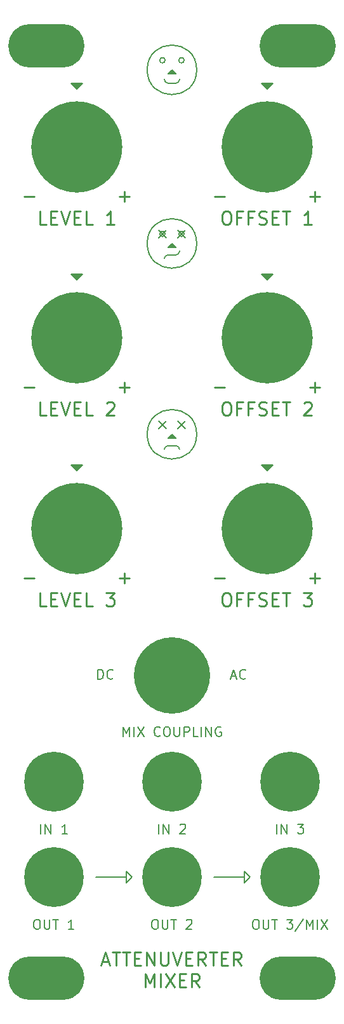
<source format=gbr>
%TF.GenerationSoftware,KiCad,Pcbnew,7.0.1*%
%TF.CreationDate,2024-08-14T21:00:26-04:00*%
%TF.ProjectId,front panel,66726f6e-7420-4706-916e-656c2e6b6963,rev?*%
%TF.SameCoordinates,Original*%
%TF.FileFunction,Soldermask,Top*%
%TF.FilePolarity,Negative*%
%FSLAX46Y46*%
G04 Gerber Fmt 4.6, Leading zero omitted, Abs format (unit mm)*
G04 Created by KiCad (PCBNEW 7.0.1) date 2024-08-14 21:00:26*
%MOMM*%
%LPD*%
G01*
G04 APERTURE LIST*
%ADD10C,0.150000*%
%ADD11C,0.203200*%
%ADD12C,0.254000*%
%ADD13C,7.924800*%
%ADD14C,12.150000*%
%ADD15O,10.160000X5.740400*%
%ADD16C,10.160000*%
G04 APERTURE END LIST*
D10*
X123952000Y-165100000D02*
X124714000Y-164338000D01*
X113030000Y-78740000D02*
X112522000Y-78232000D01*
X114808000Y-106934000D02*
X114300000Y-106934000D01*
X115062000Y-103632000D02*
X116078000Y-104648000D01*
X127000000Y-110236000D02*
X126238000Y-109474000D01*
X127762000Y-109474000D01*
X127000000Y-110236000D01*
G36*
X127000000Y-110236000D02*
G01*
X126238000Y-109474000D01*
X127762000Y-109474000D01*
X127000000Y-110236000D01*
G37*
X113538000Y-104648000D02*
X113030000Y-104140000D01*
X108204000Y-165100000D02*
X108966000Y-164338000D01*
X113030000Y-104140000D02*
X112522000Y-103632000D01*
X117602000Y-80010000D02*
G75*
G03*
X117602000Y-80010000I-3302000J0D01*
G01*
X114808000Y-57404000D02*
X113792000Y-57404000D01*
X114300000Y-56896000D01*
X114808000Y-57404000D01*
G36*
X114808000Y-57404000D02*
G01*
X113792000Y-57404000D01*
X114300000Y-56896000D01*
X114808000Y-57404000D01*
G37*
X116078000Y-78232000D02*
X115062000Y-79248000D01*
X114808000Y-58674000D02*
G75*
G03*
X115316000Y-58166000I0J508000D01*
G01*
X116078000Y-103632000D02*
X115062000Y-104648000D01*
X113284000Y-58166000D02*
G75*
G03*
X113792000Y-58674000I508000J0D01*
G01*
X114300000Y-81534000D02*
X114808000Y-81534000D01*
X123952000Y-163576000D02*
X123952000Y-164338000D01*
X113792000Y-106934000D02*
G75*
G03*
X113284000Y-107442000I0J-508000D01*
G01*
X112522000Y-103632000D02*
X113538000Y-104648000D01*
X108966000Y-164338000D02*
X108204000Y-163576000D01*
X115570000Y-78740000D02*
X115062000Y-78232000D01*
X101600000Y-110236000D02*
X100838000Y-109474000D01*
X102362000Y-109474000D01*
X101600000Y-110236000D01*
G36*
X101600000Y-110236000D02*
G01*
X100838000Y-109474000D01*
X102362000Y-109474000D01*
X101600000Y-110236000D01*
G37*
X114300000Y-106934000D02*
X114808000Y-106934000D01*
X115929210Y-55626000D02*
G75*
G03*
X115929210Y-55626000I-359210J0D01*
G01*
X115062000Y-78232000D02*
X116078000Y-79248000D01*
X113538000Y-78232000D02*
X112522000Y-79248000D01*
X115570000Y-78740000D02*
X116078000Y-78232000D01*
X113792000Y-81534000D02*
G75*
G03*
X113284000Y-82042000I0J-508000D01*
G01*
X108204000Y-164338000D02*
X108204000Y-165100000D01*
X116078000Y-104648000D02*
X115570000Y-104140000D01*
X108204000Y-163576000D02*
X108204000Y-164338000D01*
X124714000Y-164338000D02*
X123952000Y-163576000D01*
X114808000Y-81534000D02*
G75*
G03*
X115316000Y-81026000I0J508000D01*
G01*
X113030000Y-104140000D02*
X113538000Y-103632000D01*
X113030000Y-78740000D02*
X113538000Y-78232000D01*
X113389210Y-78740000D02*
G75*
G03*
X113389210Y-78740000I-359210J0D01*
G01*
X115570000Y-104140000D02*
X115062000Y-103632000D01*
X114808000Y-81534000D02*
X114300000Y-81534000D01*
X112522000Y-79248000D02*
X113030000Y-78740000D01*
X127000000Y-59436000D02*
X126238000Y-58674000D01*
X127762000Y-58674000D01*
X127000000Y-59436000D01*
G36*
X127000000Y-59436000D02*
G01*
X126238000Y-58674000D01*
X127762000Y-58674000D01*
X127000000Y-59436000D01*
G37*
X113792000Y-106934000D02*
X114300000Y-106934000D01*
X117602000Y-56896000D02*
G75*
G03*
X117602000Y-56896000I-3302000J0D01*
G01*
X113538000Y-79248000D02*
X113030000Y-78740000D01*
X119888000Y-164338000D02*
X123952000Y-164338000D01*
X113538000Y-103632000D02*
X112522000Y-104648000D01*
X115062000Y-79248000D02*
X115570000Y-78740000D01*
X114808000Y-58674000D02*
X114300000Y-58674000D01*
X116078000Y-79248000D02*
X115570000Y-78740000D01*
X113792000Y-58674000D02*
X114300000Y-58674000D01*
X123952000Y-164338000D02*
X123952000Y-165100000D01*
X104140000Y-164338000D02*
X108204000Y-164338000D01*
X113792000Y-81534000D02*
X114300000Y-81534000D01*
X114808000Y-105918000D02*
X113792000Y-105918000D01*
X114300000Y-105410000D01*
X114808000Y-105918000D01*
G36*
X114808000Y-105918000D02*
G01*
X113792000Y-105918000D01*
X114300000Y-105410000D01*
X114808000Y-105918000D01*
G37*
X117602000Y-105410000D02*
G75*
G03*
X117602000Y-105410000I-3302000J0D01*
G01*
X113389210Y-55626000D02*
G75*
G03*
X113389210Y-55626000I-359210J0D01*
G01*
X112522000Y-78232000D02*
X113538000Y-79248000D01*
X127000000Y-84836000D02*
X126238000Y-84074000D01*
X127762000Y-84074000D01*
X127000000Y-84836000D01*
G36*
X127000000Y-84836000D02*
G01*
X126238000Y-84074000D01*
X127762000Y-84074000D01*
X127000000Y-84836000D01*
G37*
X101600000Y-59436000D02*
X100838000Y-58674000D01*
X102362000Y-58674000D01*
X101600000Y-59436000D01*
G36*
X101600000Y-59436000D02*
G01*
X100838000Y-58674000D01*
X102362000Y-58674000D01*
X101600000Y-59436000D01*
G37*
X114808000Y-80518000D02*
X113792000Y-80518000D01*
X114300000Y-80010000D01*
X114808000Y-80518000D01*
G36*
X114808000Y-80518000D02*
G01*
X113792000Y-80518000D01*
X114300000Y-80010000D01*
X114808000Y-80518000D01*
G37*
X115062000Y-104648000D02*
X115570000Y-104140000D01*
X115929210Y-78740000D02*
G75*
G03*
X115929210Y-78740000I-359210J0D01*
G01*
X115570000Y-104140000D02*
X116078000Y-103632000D01*
X112522000Y-104648000D02*
X113030000Y-104140000D01*
X114300000Y-58674000D02*
X114808000Y-58674000D01*
X115316000Y-107442000D02*
G75*
G03*
X114808000Y-106934000I-508000J0D01*
G01*
X101600000Y-84836000D02*
X100838000Y-84074000D01*
X102362000Y-84074000D01*
X101600000Y-84836000D01*
G36*
X101600000Y-84836000D02*
G01*
X100838000Y-84074000D01*
X102362000Y-84074000D01*
X101600000Y-84836000D01*
G37*
D11*
X104442380Y-138001526D02*
X104442380Y-136731526D01*
X104442380Y-136731526D02*
X104744761Y-136731526D01*
X104744761Y-136731526D02*
X104926190Y-136792002D01*
X104926190Y-136792002D02*
X105047142Y-136912954D01*
X105047142Y-136912954D02*
X105107619Y-137033907D01*
X105107619Y-137033907D02*
X105168095Y-137275811D01*
X105168095Y-137275811D02*
X105168095Y-137457240D01*
X105168095Y-137457240D02*
X105107619Y-137699145D01*
X105107619Y-137699145D02*
X105047142Y-137820097D01*
X105047142Y-137820097D02*
X104926190Y-137941050D01*
X104926190Y-137941050D02*
X104744761Y-138001526D01*
X104744761Y-138001526D02*
X104442380Y-138001526D01*
X106438095Y-137880573D02*
X106377619Y-137941050D01*
X106377619Y-137941050D02*
X106196190Y-138001526D01*
X106196190Y-138001526D02*
X106075238Y-138001526D01*
X106075238Y-138001526D02*
X105893809Y-137941050D01*
X105893809Y-137941050D02*
X105772857Y-137820097D01*
X105772857Y-137820097D02*
X105712380Y-137699145D01*
X105712380Y-137699145D02*
X105651904Y-137457240D01*
X105651904Y-137457240D02*
X105651904Y-137275811D01*
X105651904Y-137275811D02*
X105712380Y-137033907D01*
X105712380Y-137033907D02*
X105772857Y-136912954D01*
X105772857Y-136912954D02*
X105893809Y-136792002D01*
X105893809Y-136792002D02*
X106075238Y-136731526D01*
X106075238Y-136731526D02*
X106196190Y-136731526D01*
X106196190Y-136731526D02*
X106377619Y-136792002D01*
X106377619Y-136792002D02*
X106438095Y-136852478D01*
D12*
X97536000Y-77530537D02*
X96689333Y-77530537D01*
X96689333Y-77530537D02*
X96689333Y-75752537D01*
X98128666Y-76599204D02*
X98721333Y-76599204D01*
X98975333Y-77530537D02*
X98128666Y-77530537D01*
X98128666Y-77530537D02*
X98128666Y-75752537D01*
X98128666Y-75752537D02*
X98975333Y-75752537D01*
X99483333Y-75752537D02*
X100076000Y-77530537D01*
X100076000Y-77530537D02*
X100668666Y-75752537D01*
X101261333Y-76599204D02*
X101854000Y-76599204D01*
X102108000Y-77530537D02*
X101261333Y-77530537D01*
X101261333Y-77530537D02*
X101261333Y-75752537D01*
X101261333Y-75752537D02*
X102108000Y-75752537D01*
X103716667Y-77530537D02*
X102870000Y-77530537D01*
X102870000Y-77530537D02*
X102870000Y-75752537D01*
X106595333Y-77530537D02*
X105579333Y-77530537D01*
X106087333Y-77530537D02*
X106087333Y-75752537D01*
X106087333Y-75752537D02*
X105918000Y-76006537D01*
X105918000Y-76006537D02*
X105748667Y-76175871D01*
X105748667Y-76175871D02*
X105579333Y-76260537D01*
X97536000Y-128330537D02*
X96689333Y-128330537D01*
X96689333Y-128330537D02*
X96689333Y-126552537D01*
X98128666Y-127399204D02*
X98721333Y-127399204D01*
X98975333Y-128330537D02*
X98128666Y-128330537D01*
X98128666Y-128330537D02*
X98128666Y-126552537D01*
X98128666Y-126552537D02*
X98975333Y-126552537D01*
X99483333Y-126552537D02*
X100076000Y-128330537D01*
X100076000Y-128330537D02*
X100668666Y-126552537D01*
X101261333Y-127399204D02*
X101854000Y-127399204D01*
X102108000Y-128330537D02*
X101261333Y-128330537D01*
X101261333Y-128330537D02*
X101261333Y-126552537D01*
X101261333Y-126552537D02*
X102108000Y-126552537D01*
X103716667Y-128330537D02*
X102870000Y-128330537D01*
X102870000Y-128330537D02*
X102870000Y-126552537D01*
X105494667Y-126552537D02*
X106595333Y-126552537D01*
X106595333Y-126552537D02*
X106002667Y-127229871D01*
X106002667Y-127229871D02*
X106256667Y-127229871D01*
X106256667Y-127229871D02*
X106426000Y-127314537D01*
X106426000Y-127314537D02*
X106510667Y-127399204D01*
X106510667Y-127399204D02*
X106595333Y-127568537D01*
X106595333Y-127568537D02*
X106595333Y-127991871D01*
X106595333Y-127991871D02*
X106510667Y-128161204D01*
X106510667Y-128161204D02*
X106426000Y-128245871D01*
X106426000Y-128245871D02*
X106256667Y-128330537D01*
X106256667Y-128330537D02*
X105748667Y-128330537D01*
X105748667Y-128330537D02*
X105579333Y-128245871D01*
X105579333Y-128245871D02*
X105494667Y-128161204D01*
X105028998Y-175658357D02*
X105875665Y-175658357D01*
X104859665Y-176166357D02*
X105452332Y-174388357D01*
X105452332Y-174388357D02*
X106044998Y-176166357D01*
X106383665Y-174388357D02*
X107399665Y-174388357D01*
X106891665Y-176166357D02*
X106891665Y-174388357D01*
X107738332Y-174388357D02*
X108754332Y-174388357D01*
X108246332Y-176166357D02*
X108246332Y-174388357D01*
X109346999Y-175235024D02*
X109939666Y-175235024D01*
X110193666Y-176166357D02*
X109346999Y-176166357D01*
X109346999Y-176166357D02*
X109346999Y-174388357D01*
X109346999Y-174388357D02*
X110193666Y-174388357D01*
X110955666Y-176166357D02*
X110955666Y-174388357D01*
X110955666Y-174388357D02*
X111971666Y-176166357D01*
X111971666Y-176166357D02*
X111971666Y-174388357D01*
X112818333Y-174388357D02*
X112818333Y-175827691D01*
X112818333Y-175827691D02*
X112903000Y-175997024D01*
X112903000Y-175997024D02*
X112987666Y-176081691D01*
X112987666Y-176081691D02*
X113157000Y-176166357D01*
X113157000Y-176166357D02*
X113495666Y-176166357D01*
X113495666Y-176166357D02*
X113665000Y-176081691D01*
X113665000Y-176081691D02*
X113749666Y-175997024D01*
X113749666Y-175997024D02*
X113834333Y-175827691D01*
X113834333Y-175827691D02*
X113834333Y-174388357D01*
X114427000Y-174388357D02*
X115019667Y-176166357D01*
X115019667Y-176166357D02*
X115612333Y-174388357D01*
X116205000Y-175235024D02*
X116797667Y-175235024D01*
X117051667Y-176166357D02*
X116205000Y-176166357D01*
X116205000Y-176166357D02*
X116205000Y-174388357D01*
X116205000Y-174388357D02*
X117051667Y-174388357D01*
X118829667Y-176166357D02*
X118237000Y-175319691D01*
X117813667Y-176166357D02*
X117813667Y-174388357D01*
X117813667Y-174388357D02*
X118491000Y-174388357D01*
X118491000Y-174388357D02*
X118660334Y-174473024D01*
X118660334Y-174473024D02*
X118745000Y-174557691D01*
X118745000Y-174557691D02*
X118829667Y-174727024D01*
X118829667Y-174727024D02*
X118829667Y-174981024D01*
X118829667Y-174981024D02*
X118745000Y-175150357D01*
X118745000Y-175150357D02*
X118660334Y-175235024D01*
X118660334Y-175235024D02*
X118491000Y-175319691D01*
X118491000Y-175319691D02*
X117813667Y-175319691D01*
X119337667Y-174388357D02*
X120353667Y-174388357D01*
X119845667Y-176166357D02*
X119845667Y-174388357D01*
X120946334Y-175235024D02*
X121539001Y-175235024D01*
X121793001Y-176166357D02*
X120946334Y-176166357D01*
X120946334Y-176166357D02*
X120946334Y-174388357D01*
X120946334Y-174388357D02*
X121793001Y-174388357D01*
X123571001Y-176166357D02*
X122978334Y-175319691D01*
X122555001Y-176166357D02*
X122555001Y-174388357D01*
X122555001Y-174388357D02*
X123232334Y-174388357D01*
X123232334Y-174388357D02*
X123401668Y-174473024D01*
X123401668Y-174473024D02*
X123486334Y-174557691D01*
X123486334Y-174557691D02*
X123571001Y-174727024D01*
X123571001Y-174727024D02*
X123571001Y-174981024D01*
X123571001Y-174981024D02*
X123486334Y-175150357D01*
X123486334Y-175150357D02*
X123401668Y-175235024D01*
X123401668Y-175235024D02*
X123232334Y-175319691D01*
X123232334Y-175319691D02*
X122555001Y-175319691D01*
X110744000Y-179046717D02*
X110744000Y-177268717D01*
X110744000Y-177268717D02*
X111336667Y-178538717D01*
X111336667Y-178538717D02*
X111929333Y-177268717D01*
X111929333Y-177268717D02*
X111929333Y-179046717D01*
X112776000Y-179046717D02*
X112776000Y-177268717D01*
X113453334Y-177268717D02*
X114638667Y-179046717D01*
X114638667Y-177268717D02*
X113453334Y-179046717D01*
X115316000Y-178115384D02*
X115908667Y-178115384D01*
X116162667Y-179046717D02*
X115316000Y-179046717D01*
X115316000Y-179046717D02*
X115316000Y-177268717D01*
X115316000Y-177268717D02*
X116162667Y-177268717D01*
X117940667Y-179046717D02*
X117348000Y-178200051D01*
X116924667Y-179046717D02*
X116924667Y-177268717D01*
X116924667Y-177268717D02*
X117602000Y-177268717D01*
X117602000Y-177268717D02*
X117771334Y-177353384D01*
X117771334Y-177353384D02*
X117856000Y-177438051D01*
X117856000Y-177438051D02*
X117940667Y-177607384D01*
X117940667Y-177607384D02*
X117940667Y-177861384D01*
X117940667Y-177861384D02*
X117856000Y-178030717D01*
X117856000Y-178030717D02*
X117771334Y-178115384D01*
X117771334Y-178115384D02*
X117602000Y-178200051D01*
X117602000Y-178200051D02*
X116924667Y-178200051D01*
X107272667Y-73805204D02*
X108627334Y-73805204D01*
X107950000Y-74482537D02*
X107950000Y-73127871D01*
D11*
X122252619Y-137638669D02*
X122857381Y-137638669D01*
X122131667Y-138001526D02*
X122555000Y-136731526D01*
X122555000Y-136731526D02*
X122978334Y-138001526D01*
X124127381Y-137880573D02*
X124066905Y-137941050D01*
X124066905Y-137941050D02*
X123885476Y-138001526D01*
X123885476Y-138001526D02*
X123764524Y-138001526D01*
X123764524Y-138001526D02*
X123583095Y-137941050D01*
X123583095Y-137941050D02*
X123462143Y-137820097D01*
X123462143Y-137820097D02*
X123401666Y-137699145D01*
X123401666Y-137699145D02*
X123341190Y-137457240D01*
X123341190Y-137457240D02*
X123341190Y-137275811D01*
X123341190Y-137275811D02*
X123401666Y-137033907D01*
X123401666Y-137033907D02*
X123462143Y-136912954D01*
X123462143Y-136912954D02*
X123583095Y-136792002D01*
X123583095Y-136792002D02*
X123764524Y-136731526D01*
X123764524Y-136731526D02*
X123885476Y-136731526D01*
X123885476Y-136731526D02*
X124066905Y-136792002D01*
X124066905Y-136792002D02*
X124127381Y-136852478D01*
D12*
X132672667Y-124605204D02*
X134027334Y-124605204D01*
X133350000Y-125282537D02*
X133350000Y-123927871D01*
D11*
X107768571Y-145621526D02*
X107768571Y-144351526D01*
X107768571Y-144351526D02*
X108191905Y-145258669D01*
X108191905Y-145258669D02*
X108615238Y-144351526D01*
X108615238Y-144351526D02*
X108615238Y-145621526D01*
X109220000Y-145621526D02*
X109220000Y-144351526D01*
X109703810Y-144351526D02*
X110550477Y-145621526D01*
X110550477Y-144351526D02*
X109703810Y-145621526D01*
X112727620Y-145500573D02*
X112667144Y-145561050D01*
X112667144Y-145561050D02*
X112485715Y-145621526D01*
X112485715Y-145621526D02*
X112364763Y-145621526D01*
X112364763Y-145621526D02*
X112183334Y-145561050D01*
X112183334Y-145561050D02*
X112062382Y-145440097D01*
X112062382Y-145440097D02*
X112001905Y-145319145D01*
X112001905Y-145319145D02*
X111941429Y-145077240D01*
X111941429Y-145077240D02*
X111941429Y-144895811D01*
X111941429Y-144895811D02*
X112001905Y-144653907D01*
X112001905Y-144653907D02*
X112062382Y-144532954D01*
X112062382Y-144532954D02*
X112183334Y-144412002D01*
X112183334Y-144412002D02*
X112364763Y-144351526D01*
X112364763Y-144351526D02*
X112485715Y-144351526D01*
X112485715Y-144351526D02*
X112667144Y-144412002D01*
X112667144Y-144412002D02*
X112727620Y-144472478D01*
X113513810Y-144351526D02*
X113755715Y-144351526D01*
X113755715Y-144351526D02*
X113876667Y-144412002D01*
X113876667Y-144412002D02*
X113997620Y-144532954D01*
X113997620Y-144532954D02*
X114058096Y-144774859D01*
X114058096Y-144774859D02*
X114058096Y-145198192D01*
X114058096Y-145198192D02*
X113997620Y-145440097D01*
X113997620Y-145440097D02*
X113876667Y-145561050D01*
X113876667Y-145561050D02*
X113755715Y-145621526D01*
X113755715Y-145621526D02*
X113513810Y-145621526D01*
X113513810Y-145621526D02*
X113392858Y-145561050D01*
X113392858Y-145561050D02*
X113271905Y-145440097D01*
X113271905Y-145440097D02*
X113211429Y-145198192D01*
X113211429Y-145198192D02*
X113211429Y-144774859D01*
X113211429Y-144774859D02*
X113271905Y-144532954D01*
X113271905Y-144532954D02*
X113392858Y-144412002D01*
X113392858Y-144412002D02*
X113513810Y-144351526D01*
X114602381Y-144351526D02*
X114602381Y-145379621D01*
X114602381Y-145379621D02*
X114662858Y-145500573D01*
X114662858Y-145500573D02*
X114723334Y-145561050D01*
X114723334Y-145561050D02*
X114844286Y-145621526D01*
X114844286Y-145621526D02*
X115086191Y-145621526D01*
X115086191Y-145621526D02*
X115207143Y-145561050D01*
X115207143Y-145561050D02*
X115267620Y-145500573D01*
X115267620Y-145500573D02*
X115328096Y-145379621D01*
X115328096Y-145379621D02*
X115328096Y-144351526D01*
X115932857Y-145621526D02*
X115932857Y-144351526D01*
X115932857Y-144351526D02*
X116416667Y-144351526D01*
X116416667Y-144351526D02*
X116537619Y-144412002D01*
X116537619Y-144412002D02*
X116598096Y-144472478D01*
X116598096Y-144472478D02*
X116658572Y-144593430D01*
X116658572Y-144593430D02*
X116658572Y-144774859D01*
X116658572Y-144774859D02*
X116598096Y-144895811D01*
X116598096Y-144895811D02*
X116537619Y-144956288D01*
X116537619Y-144956288D02*
X116416667Y-145016764D01*
X116416667Y-145016764D02*
X115932857Y-145016764D01*
X117807619Y-145621526D02*
X117202857Y-145621526D01*
X117202857Y-145621526D02*
X117202857Y-144351526D01*
X118230952Y-145621526D02*
X118230952Y-144351526D01*
X118835714Y-145621526D02*
X118835714Y-144351526D01*
X118835714Y-144351526D02*
X119561429Y-145621526D01*
X119561429Y-145621526D02*
X119561429Y-144351526D01*
X120831429Y-144412002D02*
X120710476Y-144351526D01*
X120710476Y-144351526D02*
X120529048Y-144351526D01*
X120529048Y-144351526D02*
X120347619Y-144412002D01*
X120347619Y-144412002D02*
X120226667Y-144532954D01*
X120226667Y-144532954D02*
X120166190Y-144653907D01*
X120166190Y-144653907D02*
X120105714Y-144895811D01*
X120105714Y-144895811D02*
X120105714Y-145077240D01*
X120105714Y-145077240D02*
X120166190Y-145319145D01*
X120166190Y-145319145D02*
X120226667Y-145440097D01*
X120226667Y-145440097D02*
X120347619Y-145561050D01*
X120347619Y-145561050D02*
X120529048Y-145621526D01*
X120529048Y-145621526D02*
X120650000Y-145621526D01*
X120650000Y-145621526D02*
X120831429Y-145561050D01*
X120831429Y-145561050D02*
X120891905Y-145500573D01*
X120891905Y-145500573D02*
X120891905Y-145077240D01*
X120891905Y-145077240D02*
X120650000Y-145077240D01*
D12*
X94572667Y-99205204D02*
X95927334Y-99205204D01*
X119972667Y-124605204D02*
X121327334Y-124605204D01*
X97536000Y-102930537D02*
X96689333Y-102930537D01*
X96689333Y-102930537D02*
X96689333Y-101152537D01*
X98128666Y-101999204D02*
X98721333Y-101999204D01*
X98975333Y-102930537D02*
X98128666Y-102930537D01*
X98128666Y-102930537D02*
X98128666Y-101152537D01*
X98128666Y-101152537D02*
X98975333Y-101152537D01*
X99483333Y-101152537D02*
X100076000Y-102930537D01*
X100076000Y-102930537D02*
X100668666Y-101152537D01*
X101261333Y-101999204D02*
X101854000Y-101999204D01*
X102108000Y-102930537D02*
X101261333Y-102930537D01*
X101261333Y-102930537D02*
X101261333Y-101152537D01*
X101261333Y-101152537D02*
X102108000Y-101152537D01*
X103716667Y-102930537D02*
X102870000Y-102930537D01*
X102870000Y-102930537D02*
X102870000Y-101152537D01*
X105579333Y-101321871D02*
X105664000Y-101237204D01*
X105664000Y-101237204D02*
X105833333Y-101152537D01*
X105833333Y-101152537D02*
X106256667Y-101152537D01*
X106256667Y-101152537D02*
X106426000Y-101237204D01*
X106426000Y-101237204D02*
X106510667Y-101321871D01*
X106510667Y-101321871D02*
X106595333Y-101491204D01*
X106595333Y-101491204D02*
X106595333Y-101660537D01*
X106595333Y-101660537D02*
X106510667Y-101914537D01*
X106510667Y-101914537D02*
X105494667Y-102930537D01*
X105494667Y-102930537D02*
X106595333Y-102930537D01*
X119972667Y-73805204D02*
X121327334Y-73805204D01*
D11*
X96193428Y-170005526D02*
X96435333Y-170005526D01*
X96435333Y-170005526D02*
X96556285Y-170066002D01*
X96556285Y-170066002D02*
X96677238Y-170186954D01*
X96677238Y-170186954D02*
X96737714Y-170428859D01*
X96737714Y-170428859D02*
X96737714Y-170852192D01*
X96737714Y-170852192D02*
X96677238Y-171094097D01*
X96677238Y-171094097D02*
X96556285Y-171215050D01*
X96556285Y-171215050D02*
X96435333Y-171275526D01*
X96435333Y-171275526D02*
X96193428Y-171275526D01*
X96193428Y-171275526D02*
X96072476Y-171215050D01*
X96072476Y-171215050D02*
X95951523Y-171094097D01*
X95951523Y-171094097D02*
X95891047Y-170852192D01*
X95891047Y-170852192D02*
X95891047Y-170428859D01*
X95891047Y-170428859D02*
X95951523Y-170186954D01*
X95951523Y-170186954D02*
X96072476Y-170066002D01*
X96072476Y-170066002D02*
X96193428Y-170005526D01*
X97281999Y-170005526D02*
X97281999Y-171033621D01*
X97281999Y-171033621D02*
X97342476Y-171154573D01*
X97342476Y-171154573D02*
X97402952Y-171215050D01*
X97402952Y-171215050D02*
X97523904Y-171275526D01*
X97523904Y-171275526D02*
X97765809Y-171275526D01*
X97765809Y-171275526D02*
X97886761Y-171215050D01*
X97886761Y-171215050D02*
X97947238Y-171154573D01*
X97947238Y-171154573D02*
X98007714Y-171033621D01*
X98007714Y-171033621D02*
X98007714Y-170005526D01*
X98431047Y-170005526D02*
X99156761Y-170005526D01*
X98793904Y-171275526D02*
X98793904Y-170005526D01*
X101212952Y-171275526D02*
X100487237Y-171275526D01*
X100850094Y-171275526D02*
X100850094Y-170005526D01*
X100850094Y-170005526D02*
X100729142Y-170186954D01*
X100729142Y-170186954D02*
X100608190Y-170307907D01*
X100608190Y-170307907D02*
X100487237Y-170368383D01*
D12*
X107272667Y-124605204D02*
X108627334Y-124605204D01*
X107950000Y-125282537D02*
X107950000Y-123927871D01*
D11*
X125391333Y-170005526D02*
X125633238Y-170005526D01*
X125633238Y-170005526D02*
X125754190Y-170066002D01*
X125754190Y-170066002D02*
X125875143Y-170186954D01*
X125875143Y-170186954D02*
X125935619Y-170428859D01*
X125935619Y-170428859D02*
X125935619Y-170852192D01*
X125935619Y-170852192D02*
X125875143Y-171094097D01*
X125875143Y-171094097D02*
X125754190Y-171215050D01*
X125754190Y-171215050D02*
X125633238Y-171275526D01*
X125633238Y-171275526D02*
X125391333Y-171275526D01*
X125391333Y-171275526D02*
X125270381Y-171215050D01*
X125270381Y-171215050D02*
X125149428Y-171094097D01*
X125149428Y-171094097D02*
X125088952Y-170852192D01*
X125088952Y-170852192D02*
X125088952Y-170428859D01*
X125088952Y-170428859D02*
X125149428Y-170186954D01*
X125149428Y-170186954D02*
X125270381Y-170066002D01*
X125270381Y-170066002D02*
X125391333Y-170005526D01*
X126479904Y-170005526D02*
X126479904Y-171033621D01*
X126479904Y-171033621D02*
X126540381Y-171154573D01*
X126540381Y-171154573D02*
X126600857Y-171215050D01*
X126600857Y-171215050D02*
X126721809Y-171275526D01*
X126721809Y-171275526D02*
X126963714Y-171275526D01*
X126963714Y-171275526D02*
X127084666Y-171215050D01*
X127084666Y-171215050D02*
X127145143Y-171154573D01*
X127145143Y-171154573D02*
X127205619Y-171033621D01*
X127205619Y-171033621D02*
X127205619Y-170005526D01*
X127628952Y-170005526D02*
X128354666Y-170005526D01*
X127991809Y-171275526D02*
X127991809Y-170005526D01*
X129624666Y-170005526D02*
X130410857Y-170005526D01*
X130410857Y-170005526D02*
X129987523Y-170489335D01*
X129987523Y-170489335D02*
X130168952Y-170489335D01*
X130168952Y-170489335D02*
X130289904Y-170549811D01*
X130289904Y-170549811D02*
X130350380Y-170610288D01*
X130350380Y-170610288D02*
X130410857Y-170731240D01*
X130410857Y-170731240D02*
X130410857Y-171033621D01*
X130410857Y-171033621D02*
X130350380Y-171154573D01*
X130350380Y-171154573D02*
X130289904Y-171215050D01*
X130289904Y-171215050D02*
X130168952Y-171275526D01*
X130168952Y-171275526D02*
X129806095Y-171275526D01*
X129806095Y-171275526D02*
X129685142Y-171215050D01*
X129685142Y-171215050D02*
X129624666Y-171154573D01*
X131862285Y-169945050D02*
X130773714Y-171577907D01*
X132285618Y-171275526D02*
X132285618Y-170005526D01*
X132285618Y-170005526D02*
X132708952Y-170912669D01*
X132708952Y-170912669D02*
X133132285Y-170005526D01*
X133132285Y-170005526D02*
X133132285Y-171275526D01*
X133737047Y-171275526D02*
X133737047Y-170005526D01*
X134220857Y-170005526D02*
X135067524Y-171275526D01*
X135067524Y-170005526D02*
X134220857Y-171275526D01*
X96798190Y-158575526D02*
X96798190Y-157305526D01*
X97402952Y-158575526D02*
X97402952Y-157305526D01*
X97402952Y-157305526D02*
X98128667Y-158575526D01*
X98128667Y-158575526D02*
X98128667Y-157305526D01*
X100366286Y-158575526D02*
X99640571Y-158575526D01*
X100003428Y-158575526D02*
X100003428Y-157305526D01*
X100003428Y-157305526D02*
X99882476Y-157486954D01*
X99882476Y-157486954D02*
X99761524Y-157607907D01*
X99761524Y-157607907D02*
X99640571Y-157668383D01*
D12*
X121454333Y-101152537D02*
X121792999Y-101152537D01*
X121792999Y-101152537D02*
X121962333Y-101237204D01*
X121962333Y-101237204D02*
X122131666Y-101406537D01*
X122131666Y-101406537D02*
X122216333Y-101745204D01*
X122216333Y-101745204D02*
X122216333Y-102337871D01*
X122216333Y-102337871D02*
X122131666Y-102676537D01*
X122131666Y-102676537D02*
X121962333Y-102845871D01*
X121962333Y-102845871D02*
X121792999Y-102930537D01*
X121792999Y-102930537D02*
X121454333Y-102930537D01*
X121454333Y-102930537D02*
X121284999Y-102845871D01*
X121284999Y-102845871D02*
X121115666Y-102676537D01*
X121115666Y-102676537D02*
X121030999Y-102337871D01*
X121030999Y-102337871D02*
X121030999Y-101745204D01*
X121030999Y-101745204D02*
X121115666Y-101406537D01*
X121115666Y-101406537D02*
X121284999Y-101237204D01*
X121284999Y-101237204D02*
X121454333Y-101152537D01*
X123571000Y-101999204D02*
X122978333Y-101999204D01*
X122978333Y-102930537D02*
X122978333Y-101152537D01*
X122978333Y-101152537D02*
X123825000Y-101152537D01*
X125095000Y-101999204D02*
X124502333Y-101999204D01*
X124502333Y-102930537D02*
X124502333Y-101152537D01*
X124502333Y-101152537D02*
X125349000Y-101152537D01*
X125941666Y-102845871D02*
X126195666Y-102930537D01*
X126195666Y-102930537D02*
X126619000Y-102930537D01*
X126619000Y-102930537D02*
X126788333Y-102845871D01*
X126788333Y-102845871D02*
X126873000Y-102761204D01*
X126873000Y-102761204D02*
X126957666Y-102591871D01*
X126957666Y-102591871D02*
X126957666Y-102422537D01*
X126957666Y-102422537D02*
X126873000Y-102253204D01*
X126873000Y-102253204D02*
X126788333Y-102168537D01*
X126788333Y-102168537D02*
X126619000Y-102083871D01*
X126619000Y-102083871D02*
X126280333Y-101999204D01*
X126280333Y-101999204D02*
X126111000Y-101914537D01*
X126111000Y-101914537D02*
X126026333Y-101829871D01*
X126026333Y-101829871D02*
X125941666Y-101660537D01*
X125941666Y-101660537D02*
X125941666Y-101491204D01*
X125941666Y-101491204D02*
X126026333Y-101321871D01*
X126026333Y-101321871D02*
X126111000Y-101237204D01*
X126111000Y-101237204D02*
X126280333Y-101152537D01*
X126280333Y-101152537D02*
X126703666Y-101152537D01*
X126703666Y-101152537D02*
X126957666Y-101237204D01*
X127719666Y-101999204D02*
X128312333Y-101999204D01*
X128566333Y-102930537D02*
X127719666Y-102930537D01*
X127719666Y-102930537D02*
X127719666Y-101152537D01*
X127719666Y-101152537D02*
X128566333Y-101152537D01*
X129074333Y-101152537D02*
X130090333Y-101152537D01*
X129582333Y-102930537D02*
X129582333Y-101152537D01*
X131953000Y-101321871D02*
X132037667Y-101237204D01*
X132037667Y-101237204D02*
X132207000Y-101152537D01*
X132207000Y-101152537D02*
X132630334Y-101152537D01*
X132630334Y-101152537D02*
X132799667Y-101237204D01*
X132799667Y-101237204D02*
X132884334Y-101321871D01*
X132884334Y-101321871D02*
X132969000Y-101491204D01*
X132969000Y-101491204D02*
X132969000Y-101660537D01*
X132969000Y-101660537D02*
X132884334Y-101914537D01*
X132884334Y-101914537D02*
X131868334Y-102930537D01*
X131868334Y-102930537D02*
X132969000Y-102930537D01*
X121454333Y-126552537D02*
X121792999Y-126552537D01*
X121792999Y-126552537D02*
X121962333Y-126637204D01*
X121962333Y-126637204D02*
X122131666Y-126806537D01*
X122131666Y-126806537D02*
X122216333Y-127145204D01*
X122216333Y-127145204D02*
X122216333Y-127737871D01*
X122216333Y-127737871D02*
X122131666Y-128076537D01*
X122131666Y-128076537D02*
X121962333Y-128245871D01*
X121962333Y-128245871D02*
X121792999Y-128330537D01*
X121792999Y-128330537D02*
X121454333Y-128330537D01*
X121454333Y-128330537D02*
X121284999Y-128245871D01*
X121284999Y-128245871D02*
X121115666Y-128076537D01*
X121115666Y-128076537D02*
X121030999Y-127737871D01*
X121030999Y-127737871D02*
X121030999Y-127145204D01*
X121030999Y-127145204D02*
X121115666Y-126806537D01*
X121115666Y-126806537D02*
X121284999Y-126637204D01*
X121284999Y-126637204D02*
X121454333Y-126552537D01*
X123571000Y-127399204D02*
X122978333Y-127399204D01*
X122978333Y-128330537D02*
X122978333Y-126552537D01*
X122978333Y-126552537D02*
X123825000Y-126552537D01*
X125095000Y-127399204D02*
X124502333Y-127399204D01*
X124502333Y-128330537D02*
X124502333Y-126552537D01*
X124502333Y-126552537D02*
X125349000Y-126552537D01*
X125941666Y-128245871D02*
X126195666Y-128330537D01*
X126195666Y-128330537D02*
X126619000Y-128330537D01*
X126619000Y-128330537D02*
X126788333Y-128245871D01*
X126788333Y-128245871D02*
X126873000Y-128161204D01*
X126873000Y-128161204D02*
X126957666Y-127991871D01*
X126957666Y-127991871D02*
X126957666Y-127822537D01*
X126957666Y-127822537D02*
X126873000Y-127653204D01*
X126873000Y-127653204D02*
X126788333Y-127568537D01*
X126788333Y-127568537D02*
X126619000Y-127483871D01*
X126619000Y-127483871D02*
X126280333Y-127399204D01*
X126280333Y-127399204D02*
X126111000Y-127314537D01*
X126111000Y-127314537D02*
X126026333Y-127229871D01*
X126026333Y-127229871D02*
X125941666Y-127060537D01*
X125941666Y-127060537D02*
X125941666Y-126891204D01*
X125941666Y-126891204D02*
X126026333Y-126721871D01*
X126026333Y-126721871D02*
X126111000Y-126637204D01*
X126111000Y-126637204D02*
X126280333Y-126552537D01*
X126280333Y-126552537D02*
X126703666Y-126552537D01*
X126703666Y-126552537D02*
X126957666Y-126637204D01*
X127719666Y-127399204D02*
X128312333Y-127399204D01*
X128566333Y-128330537D02*
X127719666Y-128330537D01*
X127719666Y-128330537D02*
X127719666Y-126552537D01*
X127719666Y-126552537D02*
X128566333Y-126552537D01*
X129074333Y-126552537D02*
X130090333Y-126552537D01*
X129582333Y-128330537D02*
X129582333Y-126552537D01*
X131868334Y-126552537D02*
X132969000Y-126552537D01*
X132969000Y-126552537D02*
X132376334Y-127229871D01*
X132376334Y-127229871D02*
X132630334Y-127229871D01*
X132630334Y-127229871D02*
X132799667Y-127314537D01*
X132799667Y-127314537D02*
X132884334Y-127399204D01*
X132884334Y-127399204D02*
X132969000Y-127568537D01*
X132969000Y-127568537D02*
X132969000Y-127991871D01*
X132969000Y-127991871D02*
X132884334Y-128161204D01*
X132884334Y-128161204D02*
X132799667Y-128245871D01*
X132799667Y-128245871D02*
X132630334Y-128330537D01*
X132630334Y-128330537D02*
X132122334Y-128330537D01*
X132122334Y-128330537D02*
X131953000Y-128245871D01*
X131953000Y-128245871D02*
X131868334Y-128161204D01*
D11*
X112546190Y-158575526D02*
X112546190Y-157305526D01*
X113150952Y-158575526D02*
X113150952Y-157305526D01*
X113150952Y-157305526D02*
X113876667Y-158575526D01*
X113876667Y-158575526D02*
X113876667Y-157305526D01*
X115388571Y-157426478D02*
X115449047Y-157366002D01*
X115449047Y-157366002D02*
X115570000Y-157305526D01*
X115570000Y-157305526D02*
X115872381Y-157305526D01*
X115872381Y-157305526D02*
X115993333Y-157366002D01*
X115993333Y-157366002D02*
X116053809Y-157426478D01*
X116053809Y-157426478D02*
X116114286Y-157547430D01*
X116114286Y-157547430D02*
X116114286Y-157668383D01*
X116114286Y-157668383D02*
X116053809Y-157849811D01*
X116053809Y-157849811D02*
X115328095Y-158575526D01*
X115328095Y-158575526D02*
X116114286Y-158575526D01*
D12*
X94572667Y-124605204D02*
X95927334Y-124605204D01*
X107272667Y-99205204D02*
X108627334Y-99205204D01*
X107950000Y-99882537D02*
X107950000Y-98527871D01*
X94572667Y-73805204D02*
X95927334Y-73805204D01*
D11*
X128294190Y-158575526D02*
X128294190Y-157305526D01*
X128898952Y-158575526D02*
X128898952Y-157305526D01*
X128898952Y-157305526D02*
X129624667Y-158575526D01*
X129624667Y-158575526D02*
X129624667Y-157305526D01*
X131076095Y-157305526D02*
X131862286Y-157305526D01*
X131862286Y-157305526D02*
X131438952Y-157789335D01*
X131438952Y-157789335D02*
X131620381Y-157789335D01*
X131620381Y-157789335D02*
X131741333Y-157849811D01*
X131741333Y-157849811D02*
X131801809Y-157910288D01*
X131801809Y-157910288D02*
X131862286Y-158031240D01*
X131862286Y-158031240D02*
X131862286Y-158333621D01*
X131862286Y-158333621D02*
X131801809Y-158454573D01*
X131801809Y-158454573D02*
X131741333Y-158515050D01*
X131741333Y-158515050D02*
X131620381Y-158575526D01*
X131620381Y-158575526D02*
X131257524Y-158575526D01*
X131257524Y-158575526D02*
X131136571Y-158515050D01*
X131136571Y-158515050D02*
X131076095Y-158454573D01*
D12*
X121454333Y-75752537D02*
X121792999Y-75752537D01*
X121792999Y-75752537D02*
X121962333Y-75837204D01*
X121962333Y-75837204D02*
X122131666Y-76006537D01*
X122131666Y-76006537D02*
X122216333Y-76345204D01*
X122216333Y-76345204D02*
X122216333Y-76937871D01*
X122216333Y-76937871D02*
X122131666Y-77276537D01*
X122131666Y-77276537D02*
X121962333Y-77445871D01*
X121962333Y-77445871D02*
X121792999Y-77530537D01*
X121792999Y-77530537D02*
X121454333Y-77530537D01*
X121454333Y-77530537D02*
X121284999Y-77445871D01*
X121284999Y-77445871D02*
X121115666Y-77276537D01*
X121115666Y-77276537D02*
X121030999Y-76937871D01*
X121030999Y-76937871D02*
X121030999Y-76345204D01*
X121030999Y-76345204D02*
X121115666Y-76006537D01*
X121115666Y-76006537D02*
X121284999Y-75837204D01*
X121284999Y-75837204D02*
X121454333Y-75752537D01*
X123571000Y-76599204D02*
X122978333Y-76599204D01*
X122978333Y-77530537D02*
X122978333Y-75752537D01*
X122978333Y-75752537D02*
X123825000Y-75752537D01*
X125095000Y-76599204D02*
X124502333Y-76599204D01*
X124502333Y-77530537D02*
X124502333Y-75752537D01*
X124502333Y-75752537D02*
X125349000Y-75752537D01*
X125941666Y-77445871D02*
X126195666Y-77530537D01*
X126195666Y-77530537D02*
X126619000Y-77530537D01*
X126619000Y-77530537D02*
X126788333Y-77445871D01*
X126788333Y-77445871D02*
X126873000Y-77361204D01*
X126873000Y-77361204D02*
X126957666Y-77191871D01*
X126957666Y-77191871D02*
X126957666Y-77022537D01*
X126957666Y-77022537D02*
X126873000Y-76853204D01*
X126873000Y-76853204D02*
X126788333Y-76768537D01*
X126788333Y-76768537D02*
X126619000Y-76683871D01*
X126619000Y-76683871D02*
X126280333Y-76599204D01*
X126280333Y-76599204D02*
X126111000Y-76514537D01*
X126111000Y-76514537D02*
X126026333Y-76429871D01*
X126026333Y-76429871D02*
X125941666Y-76260537D01*
X125941666Y-76260537D02*
X125941666Y-76091204D01*
X125941666Y-76091204D02*
X126026333Y-75921871D01*
X126026333Y-75921871D02*
X126111000Y-75837204D01*
X126111000Y-75837204D02*
X126280333Y-75752537D01*
X126280333Y-75752537D02*
X126703666Y-75752537D01*
X126703666Y-75752537D02*
X126957666Y-75837204D01*
X127719666Y-76599204D02*
X128312333Y-76599204D01*
X128566333Y-77530537D02*
X127719666Y-77530537D01*
X127719666Y-77530537D02*
X127719666Y-75752537D01*
X127719666Y-75752537D02*
X128566333Y-75752537D01*
X129074333Y-75752537D02*
X130090333Y-75752537D01*
X129582333Y-77530537D02*
X129582333Y-75752537D01*
X132969000Y-77530537D02*
X131953000Y-77530537D01*
X132461000Y-77530537D02*
X132461000Y-75752537D01*
X132461000Y-75752537D02*
X132291667Y-76006537D01*
X132291667Y-76006537D02*
X132122334Y-76175871D01*
X132122334Y-76175871D02*
X131953000Y-76260537D01*
X132672667Y-99205204D02*
X134027334Y-99205204D01*
X133350000Y-99882537D02*
X133350000Y-98527871D01*
X132672667Y-73805204D02*
X134027334Y-73805204D01*
X133350000Y-74482537D02*
X133350000Y-73127871D01*
X119972667Y-99205204D02*
X121327334Y-99205204D01*
D11*
X111941428Y-170005526D02*
X112183333Y-170005526D01*
X112183333Y-170005526D02*
X112304285Y-170066002D01*
X112304285Y-170066002D02*
X112425238Y-170186954D01*
X112425238Y-170186954D02*
X112485714Y-170428859D01*
X112485714Y-170428859D02*
X112485714Y-170852192D01*
X112485714Y-170852192D02*
X112425238Y-171094097D01*
X112425238Y-171094097D02*
X112304285Y-171215050D01*
X112304285Y-171215050D02*
X112183333Y-171275526D01*
X112183333Y-171275526D02*
X111941428Y-171275526D01*
X111941428Y-171275526D02*
X111820476Y-171215050D01*
X111820476Y-171215050D02*
X111699523Y-171094097D01*
X111699523Y-171094097D02*
X111639047Y-170852192D01*
X111639047Y-170852192D02*
X111639047Y-170428859D01*
X111639047Y-170428859D02*
X111699523Y-170186954D01*
X111699523Y-170186954D02*
X111820476Y-170066002D01*
X111820476Y-170066002D02*
X111941428Y-170005526D01*
X113029999Y-170005526D02*
X113029999Y-171033621D01*
X113029999Y-171033621D02*
X113090476Y-171154573D01*
X113090476Y-171154573D02*
X113150952Y-171215050D01*
X113150952Y-171215050D02*
X113271904Y-171275526D01*
X113271904Y-171275526D02*
X113513809Y-171275526D01*
X113513809Y-171275526D02*
X113634761Y-171215050D01*
X113634761Y-171215050D02*
X113695238Y-171154573D01*
X113695238Y-171154573D02*
X113755714Y-171033621D01*
X113755714Y-171033621D02*
X113755714Y-170005526D01*
X114179047Y-170005526D02*
X114904761Y-170005526D01*
X114541904Y-171275526D02*
X114541904Y-170005526D01*
X116235237Y-170126478D02*
X116295713Y-170066002D01*
X116295713Y-170066002D02*
X116416666Y-170005526D01*
X116416666Y-170005526D02*
X116719047Y-170005526D01*
X116719047Y-170005526D02*
X116839999Y-170066002D01*
X116839999Y-170066002D02*
X116900475Y-170126478D01*
X116900475Y-170126478D02*
X116960952Y-170247430D01*
X116960952Y-170247430D02*
X116960952Y-170368383D01*
X116960952Y-170368383D02*
X116900475Y-170549811D01*
X116900475Y-170549811D02*
X116174761Y-171275526D01*
X116174761Y-171275526D02*
X116960952Y-171275526D01*
D13*
%TO.C,REF\u002A\u002A*%
X98552000Y-164338000D03*
%TD*%
D14*
%TO.C,REF\u002A\u002A*%
X101600000Y-67183000D03*
%TD*%
D13*
%TO.C,REF\u002A\u002A*%
X114300000Y-164338000D03*
%TD*%
D15*
%TO.C,REF\u002A\u002A*%
X131064000Y-53721000D03*
%TD*%
%TO.C,REF\u002A\u002A*%
X131064000Y-177800000D03*
%TD*%
D14*
%TO.C,REF\u002A\u002A*%
X127000000Y-117983000D03*
%TD*%
%TO.C,REF\u002A\u002A*%
X127000000Y-92583000D03*
%TD*%
D16*
%TO.C,REF\u002A\u002A*%
X114300000Y-137490200D03*
%TD*%
D13*
%TO.C,REF\u002A\u002A*%
X130048000Y-151638000D03*
%TD*%
D14*
%TO.C,REF\u002A\u002A*%
X101600000Y-92583000D03*
%TD*%
D13*
%TO.C,REF\u002A\u002A*%
X130048000Y-164338000D03*
%TD*%
D15*
%TO.C,REF\u002A\u002A*%
X97536000Y-177800000D03*
%TD*%
D14*
%TO.C,REF\u002A\u002A*%
X127000000Y-67183000D03*
%TD*%
D13*
%TO.C,REF\u002A\u002A*%
X114300000Y-151638000D03*
%TD*%
%TO.C,REF\u002A\u002A*%
X98552000Y-151638000D03*
%TD*%
D14*
%TO.C,REF\u002A\u002A*%
X101600000Y-117983000D03*
%TD*%
D15*
%TO.C,REF\u002A\u002A*%
X97536000Y-53721000D03*
%TD*%
M02*

</source>
